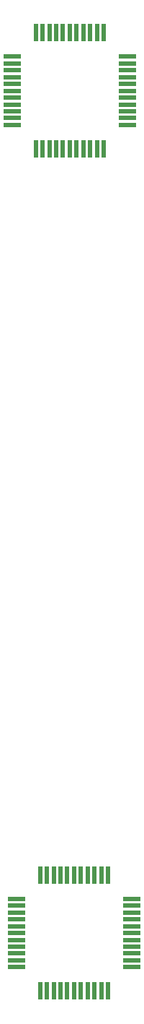
<source format=gtp>
G04 #@! TF.GenerationSoftware,KiCad,Pcbnew,7.0.5*
G04 #@! TF.CreationDate,2023-09-06T13:43:01-04:00*
G04 #@! TF.ProjectId,INS-1 Matrix_DRC,494e532d-3120-44d6-9174-7269785f4452,rev?*
G04 #@! TF.SameCoordinates,Original*
G04 #@! TF.FileFunction,Paste,Top*
G04 #@! TF.FilePolarity,Positive*
%FSLAX46Y46*%
G04 Gerber Fmt 4.6, Leading zero omitted, Abs format (unit mm)*
G04 Created by KiCad (PCBNEW 7.0.5) date 2023-09-06 13:43:01*
%MOMM*%
%LPD*%
G01*
G04 APERTURE LIST*
%ADD10R,0.550000X2.000000*%
%ADD11R,2.000000X0.550000*%
G04 APERTURE END LIST*
D10*
X87566000Y-152342000D03*
X83566000Y-152342000D03*
X86766000Y-152342000D03*
X79566000Y-152342000D03*
D11*
X90366000Y-148742000D03*
X90366000Y-147942000D03*
X90366000Y-147142000D03*
X90366000Y-146342000D03*
X90366000Y-145542000D03*
X90366000Y-144742000D03*
X90366000Y-143942000D03*
X90366000Y-143142000D03*
X90366000Y-142342000D03*
X90366000Y-141542000D03*
D10*
X87566000Y-138742000D03*
X86766000Y-138742000D03*
X85966000Y-138742000D03*
X85166000Y-138742000D03*
X84366000Y-138742000D03*
X83566000Y-138742000D03*
X82766000Y-138742000D03*
X81966000Y-138742000D03*
X81166000Y-138742000D03*
X80366000Y-138742000D03*
X79566000Y-138742000D03*
D11*
X76766000Y-141542000D03*
X76766000Y-142342000D03*
X76766000Y-143142000D03*
X76766000Y-143942000D03*
X76766000Y-144742000D03*
X76766000Y-145542000D03*
X76766000Y-146342000D03*
X76766000Y-147142000D03*
X76766000Y-147942000D03*
X76766000Y-148742000D03*
X76766000Y-149542000D03*
D10*
X85966000Y-152342000D03*
X80366000Y-152342000D03*
X81166000Y-152342000D03*
X81966000Y-152342000D03*
D11*
X90366000Y-149542000D03*
D10*
X82766000Y-152342000D03*
X85166000Y-152342000D03*
X84366000Y-152342000D03*
X79058000Y-40063000D03*
X83058000Y-40063000D03*
X79858000Y-40063000D03*
X87058000Y-40063000D03*
D11*
X76258000Y-43663000D03*
X76258000Y-44463000D03*
X76258000Y-45263000D03*
X76258000Y-46063000D03*
X76258000Y-46863000D03*
X76258000Y-47663000D03*
X76258000Y-48463000D03*
X76258000Y-49263000D03*
X76258000Y-50063000D03*
X76258000Y-50863000D03*
D10*
X79058000Y-53663000D03*
X79858000Y-53663000D03*
X80658000Y-53663000D03*
X81458000Y-53663000D03*
X82258000Y-53663000D03*
X83058000Y-53663000D03*
X83858000Y-53663000D03*
X84658000Y-53663000D03*
X85458000Y-53663000D03*
X86258000Y-53663000D03*
X87058000Y-53663000D03*
D11*
X89858000Y-50863000D03*
X89858000Y-50063000D03*
X89858000Y-49263000D03*
X89858000Y-48463000D03*
X89858000Y-47663000D03*
X89858000Y-46863000D03*
X89858000Y-46063000D03*
X89858000Y-45263000D03*
X89858000Y-44463000D03*
X89858000Y-43663000D03*
X89858000Y-42863000D03*
D10*
X80658000Y-40063000D03*
X86258000Y-40063000D03*
X85458000Y-40063000D03*
X84658000Y-40063000D03*
D11*
X76258000Y-42863000D03*
D10*
X83858000Y-40063000D03*
X81458000Y-40063000D03*
X82258000Y-40063000D03*
M02*

</source>
